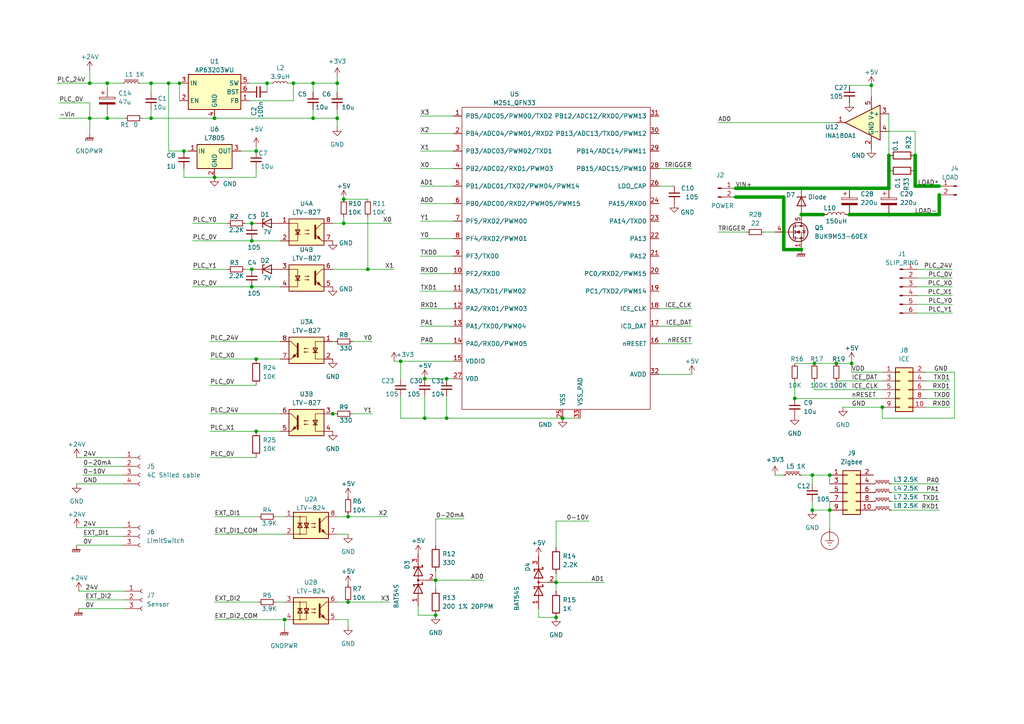
<source format=kicad_sch>
(kicad_sch (version 20230121) (generator eeschema)
  (paper "A4")
  (junction (at 26.035 24.13))
  (junction (at 240.665 147.955))
  (junction (at 90.805 24.13))
  (junction (at 43.815 24.13))
  (junction (at 52.07 24.13))
  (junction (at 255.905 118.11))
  (junction (at 26.035 34.29))
  (junction (at 236.22 105.41))
  (junction (at 265.43 49.53))
  (junction (at 247.015 105.41))
  (junction (at 73.025 69.85))
  (junction (at 257.81 49.53))
  (junction (at 232.41 72.39))
  (junction (at 31.115 34.29))
  (junction (at 240.665 137.795))
  (junction (at 129.54 109.855))
  (junction (at 163.195 121.285))
  (junction (at 62.23 51.435))
  (junction (at 232.41 54.61))
  (junction (at 99.695 64.77))
  (junction (at 161.29 168.91))
  (junction (at 232.41 62.23))
  (junction (at 74.295 43.815))
  (junction (at 230.505 115.57))
  (junction (at 43.815 34.29))
  (junction (at 48.895 24.13))
  (junction (at 100.965 174.625))
  (junction (at 73.025 64.77))
  (junction (at 235.585 137.795))
  (junction (at 235.585 147.955))
  (junction (at 85.09 24.13))
  (junction (at 123.19 109.855))
  (junction (at 246.38 62.23))
  (junction (at 129.54 121.285))
  (junction (at 77.47 24.13))
  (junction (at 123.19 121.285))
  (junction (at 90.805 34.29))
  (junction (at 73.025 83.185))
  (junction (at 106.68 78.105))
  (junction (at 242.57 105.41))
  (junction (at 82.55 179.705))
  (junction (at 74.295 104.14))
  (junction (at 31.115 24.13))
  (junction (at 265.43 45.085))
  (junction (at 99.695 57.785))
  (junction (at 74.295 125.095))
  (junction (at 97.79 24.13))
  (junction (at 246.38 54.61))
  (junction (at 53.34 43.815))
  (junction (at 257.81 54.61))
  (junction (at 126.365 168.275))
  (junction (at 100.965 149.86))
  (junction (at 161.29 179.07))
  (junction (at 73.025 78.105))
  (junction (at 257.81 62.23))
  (junction (at 96.52 120.015))
  (junction (at 62.23 34.29))
  (junction (at 116.205 104.775))
  (junction (at 126.365 178.435))
  (junction (at 257.81 45.085))
  (junction (at 252.73 24.765))
  (junction (at 97.79 34.29))
  (wire (pts (xy 74.295 125.095) (xy 81.28 125.095)))
  (wire (pts (xy 97.79 34.29) (xy 90.805 34.29)))
  (wire (pts (xy 156.21 179.07) (xy 161.29 179.07)))
  (wire (pts (xy 97.79 36.83) (xy 97.79 34.29)))
  (wire (pts (xy 43.815 26.67) (xy 43.815 24.13)))
  (wire (pts (xy 60.96 111.76) (xy 74.295 111.76)))
  (wire (pts (xy 131.445 59.055) (xy 121.92 59.055)))
  (wire (pts (xy 53.34 43.815) (xy 48.895 43.815)))
  (wire (pts (xy 131.445 43.815) (xy 121.92 43.815)))
  (wire (pts (xy 24.13 137.795) (xy 35.56 137.795)))
  (wire (pts (xy 62.23 174.625) (xy 74.93 174.625)))
  (wire (pts (xy 247.015 105.41) (xy 247.015 104.775)))
  (wire (pts (xy 85.09 24.13) (xy 90.805 24.13)))
  (wire (pts (xy 60.96 104.14) (xy 74.295 104.14)))
  (wire (pts (xy 232.41 62.23) (xy 238.76 62.23)) (stroke (width 1)))
  (wire (pts (xy 257.81 62.23) (xy 272.415 62.23)) (stroke (width 1)))
  (wire (pts (xy 123.19 121.285) (xy 129.54 121.285)))
  (wire (pts (xy 246.38 54.61) (xy 257.81 54.61)) (stroke (width 1)))
  (wire (pts (xy 271.78 62.23) (xy 271.145 62.23)))
  (wire (pts (xy 257.81 45.085) (xy 257.81 49.53)) (stroke (width 1)))
  (wire (pts (xy 230.505 105.41) (xy 236.22 105.41)))
  (wire (pts (xy 247.015 107.95) (xy 255.905 107.95)))
  (wire (pts (xy 246.38 62.23) (xy 257.81 62.23)) (stroke (width 1)))
  (wire (pts (xy 26.035 38.735) (xy 26.035 34.29)))
  (wire (pts (xy 106.68 78.105) (xy 114.3 78.105)))
  (wire (pts (xy 170.815 151.13) (xy 161.29 151.13)))
  (wire (pts (xy 53.34 48.895) (xy 53.34 51.435)))
  (wire (pts (xy 213.36 54.61) (xy 232.41 54.61)) (stroke (width 1)))
  (wire (pts (xy 252.73 24.765) (xy 252.73 27.94)))
  (wire (pts (xy 163.195 121.285) (xy 168.275 121.285)))
  (wire (pts (xy 16.51 24.13) (xy 26.035 24.13)))
  (wire (pts (xy 242.57 105.41) (xy 247.015 105.41)))
  (wire (pts (xy 31.115 34.29) (xy 36.195 34.29)))
  (wire (pts (xy 116.205 121.285) (xy 123.19 121.285)))
  (wire (pts (xy 53.34 51.435) (xy 62.23 51.435)))
  (wire (pts (xy 31.115 24.13) (xy 35.56 24.13)))
  (wire (pts (xy 77.47 24.13) (xy 78.74 24.13)))
  (wire (pts (xy 131.445 64.135) (xy 121.92 64.135)))
  (wire (pts (xy 230.505 110.49) (xy 230.505 115.57)))
  (wire (pts (xy 22.225 158.115) (xy 35.56 158.115)))
  (wire (pts (xy 272.415 62.23) (xy 272.415 56.515)) (stroke (width 1)))
  (wire (pts (xy 131.445 33.655) (xy 121.92 33.655)))
  (wire (pts (xy 80.01 149.86) (xy 82.55 149.86)))
  (wire (pts (xy 266.065 78.105) (xy 276.225 78.105)))
  (wire (pts (xy 24.13 135.255) (xy 35.56 135.255)))
  (wire (pts (xy 235.585 147.955) (xy 240.665 147.955)))
  (wire (pts (xy 77.47 26.67) (xy 77.47 24.13)))
  (wire (pts (xy 114.3 104.775) (xy 116.205 104.775)))
  (wire (pts (xy 43.815 31.75) (xy 43.815 34.29)))
  (wire (pts (xy 227.33 72.39) (xy 232.41 72.39)) (stroke (width 1)))
  (wire (pts (xy 71.12 78.105) (xy 73.025 78.105)))
  (wire (pts (xy 131.445 38.735) (xy 121.92 38.735)))
  (wire (pts (xy 161.29 151.13) (xy 161.29 158.75)))
  (wire (pts (xy 72.39 29.21) (xy 85.09 29.21)))
  (wire (pts (xy 276.86 121.285) (xy 255.905 121.285)))
  (wire (pts (xy 156.21 176.53) (xy 156.21 179.07)))
  (wire (pts (xy 123.19 114.935) (xy 123.19 121.285)))
  (wire (pts (xy 265.43 38.1) (xy 265.43 45.085)))
  (wire (pts (xy 240.665 137.795) (xy 240.665 140.335)))
  (wire (pts (xy 265.43 45.085) (xy 265.43 49.53)) (stroke (width 1)))
  (wire (pts (xy 62.23 179.705) (xy 82.55 179.705)))
  (wire (pts (xy 227.33 57.15) (xy 227.33 72.39)) (stroke (width 1)))
  (wire (pts (xy 22.225 140.335) (xy 35.56 140.335)))
  (wire (pts (xy 52.07 29.21) (xy 52.07 24.13)))
  (wire (pts (xy 276.86 121.285) (xy 276.86 107.95)))
  (wire (pts (xy 232.41 54.61) (xy 246.38 54.61)) (stroke (width 1)))
  (wire (pts (xy 31.115 24.13) (xy 31.115 25.4)))
  (wire (pts (xy 62.23 51.435) (xy 74.295 51.435)))
  (wire (pts (xy 55.88 83.185) (xy 73.025 83.185)))
  (wire (pts (xy 100.965 149.86) (xy 112.395 149.86)))
  (wire (pts (xy 235.585 137.795) (xy 240.665 137.795)))
  (wire (pts (xy 242.57 105.41) (xy 236.22 105.41)))
  (wire (pts (xy 161.29 171.45) (xy 161.29 168.91)))
  (wire (pts (xy 268.605 113.03) (xy 275.59 113.03)))
  (wire (pts (xy 265.43 53.975) (xy 272.415 53.975)) (stroke (width 1)))
  (wire (pts (xy 97.155 99.06) (xy 96.52 99.06)))
  (wire (pts (xy 131.445 48.895) (xy 121.92 48.895)))
  (wire (pts (xy 99.695 64.77) (xy 113.665 64.77)))
  (wire (pts (xy 247.015 105.41) (xy 247.015 107.95)))
  (wire (pts (xy 129.54 109.855) (xy 131.445 109.855)))
  (wire (pts (xy 208.28 67.31) (xy 216.535 67.31)))
  (wire (pts (xy 41.275 34.29) (xy 43.815 34.29)))
  (wire (pts (xy 191.135 53.975) (xy 195.58 53.975)))
  (wire (pts (xy 73.025 83.185) (xy 81.28 83.185)))
  (wire (pts (xy 102.235 120.015) (xy 107.95 120.015)))
  (wire (pts (xy 268.605 118.11) (xy 275.59 118.11)))
  (wire (pts (xy 161.29 166.37) (xy 161.29 168.91)))
  (wire (pts (xy 116.205 109.855) (xy 116.205 104.775)))
  (wire (pts (xy 74.295 48.895) (xy 74.295 51.435)))
  (wire (pts (xy 266.065 83.185) (xy 276.225 83.185)))
  (wire (pts (xy 100.965 174.625) (xy 113.03 174.625)))
  (wire (pts (xy 240.665 153.035) (xy 240.665 147.955)))
  (wire (pts (xy 121.92 94.615) (xy 131.445 94.615)))
  (wire (pts (xy 131.445 74.295) (xy 121.92 74.295)))
  (wire (pts (xy 80.01 174.625) (xy 82.55 174.625)))
  (wire (pts (xy 99.695 57.785) (xy 106.68 57.785)))
  (wire (pts (xy 266.065 88.265) (xy 276.225 88.265)))
  (wire (pts (xy 26.035 24.13) (xy 31.115 24.13)))
  (wire (pts (xy 100.965 149.86) (xy 100.965 149.225)))
  (wire (pts (xy 126.365 165.735) (xy 126.365 168.275)))
  (wire (pts (xy 242.57 110.49) (xy 255.905 110.49)))
  (wire (pts (xy 55.88 64.77) (xy 66.04 64.77)))
  (wire (pts (xy 123.19 109.855) (xy 129.54 109.855)))
  (wire (pts (xy 227.33 57.15) (xy 213.36 57.15)) (stroke (width 1)))
  (wire (pts (xy 97.79 174.625) (xy 100.965 174.625)))
  (wire (pts (xy 235.585 145.415) (xy 235.585 147.955)))
  (wire (pts (xy 266.065 85.725) (xy 276.225 85.725)))
  (wire (pts (xy 83.82 24.13) (xy 85.09 24.13)))
  (wire (pts (xy 131.445 84.455) (xy 121.92 84.455)))
  (wire (pts (xy 17.145 29.845) (xy 26.035 29.845)))
  (wire (pts (xy 26.035 29.845) (xy 26.035 34.29)))
  (wire (pts (xy 236.22 113.03) (xy 255.905 113.03)))
  (wire (pts (xy 60.96 120.015) (xy 81.28 120.015)))
  (wire (pts (xy 97.79 154.94) (xy 100.965 154.94)))
  (wire (pts (xy 31.115 33.02) (xy 31.115 34.29)))
  (wire (pts (xy 100.965 181.61) (xy 100.965 179.705)))
  (wire (pts (xy 60.96 125.095) (xy 74.295 125.095)))
  (wire (pts (xy 73.025 69.85) (xy 81.28 69.85)))
  (wire (pts (xy 94.615 120.015) (xy 96.52 120.015)))
  (wire (pts (xy 191.135 99.695) (xy 200.66 99.695)))
  (wire (pts (xy 268.605 110.49) (xy 275.59 110.49)))
  (wire (pts (xy 24.765 173.99) (xy 36.195 173.99)))
  (wire (pts (xy 62.23 149.86) (xy 74.93 149.86)))
  (wire (pts (xy 22.225 132.715) (xy 35.56 132.715)))
  (wire (pts (xy 200.66 108.585) (xy 191.135 108.585)))
  (wire (pts (xy 97.79 31.75) (xy 97.79 34.29)))
  (wire (pts (xy 90.805 34.29) (xy 62.23 34.29)))
  (wire (pts (xy 255.905 121.285) (xy 255.905 118.11)))
  (wire (pts (xy 244.475 118.11) (xy 255.905 118.11)))
  (wire (pts (xy 106.68 62.865) (xy 106.68 78.105)))
  (wire (pts (xy 246.38 24.765) (xy 252.73 24.765)))
  (wire (pts (xy 258.445 145.415) (xy 272.415 145.415)))
  (wire (pts (xy 55.88 69.85) (xy 73.025 69.85)))
  (wire (pts (xy 17.145 34.29) (xy 26.035 34.29)))
  (wire (pts (xy 126.365 170.815) (xy 126.365 168.275)))
  (wire (pts (xy 60.96 132.715) (xy 74.295 132.715)))
  (wire (pts (xy 55.88 78.105) (xy 66.04 78.105)))
  (wire (pts (xy 22.86 176.53) (xy 36.195 176.53)))
  (wire (pts (xy 71.12 64.77) (xy 73.025 64.77)))
  (wire (pts (xy 191.135 89.535) (xy 200.66 89.535)))
  (wire (pts (xy 265.43 49.53) (xy 265.43 53.975)) (stroke (width 1)))
  (wire (pts (xy 96.52 78.105) (xy 106.68 78.105)))
  (wire (pts (xy 22.225 153.035) (xy 35.56 153.035)))
  (wire (pts (xy 258.445 147.955) (xy 272.415 147.955)))
  (wire (pts (xy 129.54 114.935) (xy 129.54 121.285)))
  (wire (pts (xy 161.29 168.91) (xy 175.26 168.91)))
  (wire (pts (xy 54.61 43.815) (xy 53.34 43.815)))
  (wire (pts (xy 208.28 35.56) (xy 242.57 35.56)))
  (wire (pts (xy 72.39 24.13) (xy 77.47 24.13)))
  (wire (pts (xy 236.22 110.49) (xy 236.22 113.03)))
  (wire (pts (xy 74.295 43.815) (xy 74.295 42.545)))
  (wire (pts (xy 48.895 43.815) (xy 48.895 24.13)))
  (wire (pts (xy 90.805 26.67) (xy 90.805 24.13)))
  (wire (pts (xy 191.135 48.895) (xy 200.66 48.895)))
  (wire (pts (xy 131.445 53.975) (xy 121.92 53.975)))
  (wire (pts (xy 230.505 115.57) (xy 255.905 115.57)))
  (wire (pts (xy 268.605 115.57) (xy 275.59 115.57)))
  (wire (pts (xy 232.41 137.795) (xy 235.585 137.795)))
  (wire (pts (xy 266.065 80.645) (xy 276.225 80.645)))
  (wire (pts (xy 60.96 99.06) (xy 81.28 99.06)))
  (wire (pts (xy 82.55 182.245) (xy 82.55 179.705)))
  (wire (pts (xy 126.365 150.495) (xy 126.365 158.115)))
  (wire (pts (xy 131.445 89.535) (xy 121.92 89.535)))
  (wire (pts (xy 48.895 24.13) (xy 43.815 24.13)))
  (wire (pts (xy 240.665 145.415) (xy 240.665 147.955)))
  (wire (pts (xy 99.695 64.77) (xy 99.695 62.865)))
  (wire (pts (xy 131.445 79.375) (xy 121.92 79.375)))
  (wire (pts (xy 257.81 38.1) (xy 265.43 38.1)))
  (wire (pts (xy 258.445 140.335) (xy 272.415 140.335)))
  (wire (pts (xy 73.025 64.77) (xy 73.66 64.77)))
  (wire (pts (xy 97.79 149.86) (xy 100.965 149.86)))
  (wire (pts (xy 97.79 179.705) (xy 100.965 179.705)))
  (wire (pts (xy 258.445 142.875) (xy 272.415 142.875)))
  (wire (pts (xy 224.79 137.795) (xy 227.33 137.795)))
  (wire (pts (xy 73.025 78.105) (xy 73.66 78.105)))
  (wire (pts (xy 276.86 107.95) (xy 268.605 107.95)))
  (wire (pts (xy 116.205 104.775) (xy 131.445 104.775)))
  (wire (pts (xy 116.205 114.935) (xy 116.205 121.285)))
  (wire (pts (xy 126.365 150.495) (xy 134.62 150.495)))
  (wire (pts (xy 26.035 20.32) (xy 26.035 24.13)))
  (wire (pts (xy 191.135 94.615) (xy 200.66 94.615)))
  (wire (pts (xy 97.79 26.67) (xy 97.79 24.13)))
  (wire (pts (xy 62.23 154.94) (xy 82.55 154.94)))
  (wire (pts (xy 52.07 24.13) (xy 48.895 24.13)))
  (wire (pts (xy 90.805 31.75) (xy 90.805 34.29)))
  (wire (pts (xy 74.295 104.14) (xy 81.28 104.14)))
  (wire (pts (xy 121.285 175.895) (xy 121.285 178.435)))
  (wire (pts (xy 129.54 121.285) (xy 163.195 121.285)))
  (wire (pts (xy 96.52 64.77) (xy 99.695 64.77)))
  (wire (pts (xy 62.23 34.29) (xy 43.815 34.29)))
  (wire (pts (xy 40.64 24.13) (xy 43.815 24.13)))
  (wire (pts (xy 22.86 171.45) (xy 36.195 171.45)))
  (wire (pts (xy 257.81 49.53) (xy 257.81 54.61)) (stroke (width 1)))
  (wire (pts (xy 131.445 69.215) (xy 121.92 69.215)))
  (wire (pts (xy 97.155 120.015) (xy 96.52 120.015)))
  (wire (pts (xy 121.285 178.435) (xy 126.365 178.435)))
  (wire (pts (xy 257.81 33.02) (xy 257.81 45.085)))
  (wire (pts (xy 24.13 155.575) (xy 35.56 155.575)))
  (wire (pts (xy 266.065 90.805) (xy 276.225 90.805)))
  (wire (pts (xy 26.035 34.29) (xy 31.115 34.29)))
  (wire (pts (xy 85.09 29.21) (xy 85.09 24.13)))
  (wire (pts (xy 102.235 99.06) (xy 107.95 99.06)))
  (wire (pts (xy 221.615 67.31) (xy 224.79 67.31)))
  (wire (pts (xy 97.79 22.225) (xy 97.79 24.13)))
  (wire (pts (xy 69.85 43.815) (xy 74.295 43.815)))
  (wire (pts (xy 126.365 168.275) (xy 140.335 168.275)))
  (wire (pts (xy 90.805 24.13) (xy 97.79 24.13)))
  (wire (pts (xy 131.445 99.695) (xy 121.92 99.695)))
  (wire (pts (xy 235.585 137.795) (xy 235.585 140.335)))
  (label "VDD" (at 247.015 107.95 0))
  (label "EXT_DI2_COM" (at 62.23 179.705 0))
  (label "EXT_DI1" (at 62.23 149.86 0))
  (label "X3" (at 121.92 33.655 0))
  (label "PLC_0V" (at 276.225 80.645 180))
  (label "LOAD-" (at 271.78 62.23 180))
  (label "PA0" (at 121.92 99.695 0))
  (label "RXD0" (at 121.92 79.375 0))
  (label "RXD1" (at 275.59 113.03 180))
  (label "X1" (at 114.3 78.105 180))
  (label "AD1" (at 121.92 53.975 0))
  (label "LOAD＋" (at 272.415 53.975 180))
  (label "0-20mA" (at 24.13 135.255 0))
  (label "PLC_24V" (at 16.51 24.13 0))
  (label "PLC_X0" (at 276.225 83.185 180))
  (label "ICE_DAT" (at 200.66 94.615 180))
  (label "Y0" (at 121.92 69.215 0))
  (label "PLC_Y0" (at 276.225 88.265 180))
  (label "AD1" (at 175.26 168.91 180))
  (label "X0" (at 121.92 48.895 0))
  (label "X0" (at 113.665 64.77 180))
  (label "ICE_CLK" (at 247.015 113.03 0))
  (label "PLC_Y0" (at 55.88 64.77 0))
  (label "TRIGGER" (at 208.28 67.31 0))
  (label "24V" (at 24.13 153.035 0))
  (label "PLC_X0" (at 60.96 104.14 0))
  (label "0V" (at 24.765 176.53 0))
  (label "PA1" (at 272.415 142.875 180))
  (label "VIN+" (at 213.36 54.61 0))
  (label "TXD0" (at 275.59 115.57 180))
  (label "24V" (at 24.13 132.715 0))
  (label "GND" (at 247.015 118.11 0))
  (label "TXD1" (at 272.415 145.415 180))
  (label "RXD1" (at 121.92 89.535 0))
  (label "PA1" (at 121.92 94.615 0))
  (label "ICE_DAT" (at 247.015 110.49 0))
  (label "Y1" (at 121.92 64.135 0))
  (label "PLC_X1" (at 276.225 85.725 180))
  (label "nRESET" (at 247.015 115.57 0))
  (label "PLC_X1" (at 60.96 125.095 0))
  (label "TRIGGER" (at 200.66 48.895 180))
  (label "RXD0" (at 275.59 118.11 180))
  (label "nRESET" (at 200.66 99.695 180))
  (label "ICE_CLK" (at 200.66 89.535 180))
  (label "PLC_24V" (at 60.96 120.015 0))
  (label "X3" (at 113.03 174.625 180))
  (label "0-10V" (at 24.13 137.795 0))
  (label "PLC_0V" (at 55.88 83.185 0))
  (label "EXT_DI2" (at 62.23 174.625 0))
  (label "TXD0" (at 121.92 74.295 0))
  (label "RXD1" (at 272.415 147.955 180))
  (label "PLC_Y1" (at 276.225 90.805 180))
  (label "GND" (at 24.13 140.335 0))
  (label "AD0" (at 121.92 59.055 0))
  (label "EXT_DI2" (at 24.765 173.99 0))
  (label "EXT_DI1" (at 24.13 155.575 0))
  (label "X2" (at 112.395 149.86 180))
  (label "PLC_0V" (at 60.96 132.715 0))
  (label "PLC_24V" (at 60.96 99.06 0))
  (label "PLC_0V" (at 17.145 29.845 0))
  (label "X2" (at 121.92 38.735 0))
  (label "GND" (at 274.955 107.95 180))
  (label "AD0" (at 140.335 168.275 180))
  (label "Y1" (at 107.95 120.015 180))
  (label "TXD1" (at 275.59 110.49 180))
  (label "0-20mA" (at 134.62 150.495 180))
  (label "PA0" (at 272.415 140.335 180))
  (label "PLC_Y1" (at 55.88 78.105 0))
  (label "Y0" (at 107.95 99.06 180))
  (label "0V" (at 24.13 158.115 0))
  (label "AD0" (at 208.28 35.56 0))
  (label "-Vin" (at 17.145 34.29 0))
  (label "0-10V" (at 170.815 151.13 180))
  (label "PLC_24V" (at 276.225 78.105 180))
  (label "PLC_0V" (at 60.96 111.76 0))
  (label "X1" (at 121.92 43.815 0))
  (label "TXD1" (at 121.92 84.455 0))
  (label "24V" (at 24.765 171.45 0))
  (label "EXT_DI1_COM" (at 62.23 154.94 0))
  (label "PLC_0V" (at 55.88 69.85 0))
  (symbol (lib_id "power:+5V") (at 74.295 42.545 0) (unit 1)
    (property "Reference" "#PWR022" (effects hide))
    (property "Value" "+5V" (at 74.295 37.465 0))
  )
  (symbol (lib_id "Device:R_Small") (at 77.47 174.625 90) (unit 1)
    (property "Reference" "R5" (at 77.47 172.72 90))
    (property "Value" "3.9K" (at 78.105 176.53 90))
  )
  (symbol (lib_id "power:GND") (at 100.965 154.94 0) (unit 1)
    (property "Reference" "#PWR015" (effects hide))
    (property "Value" "GND" (at 100.965 160.02 0))
  )
  (symbol (lib_id "Device:C_Small") (at 90.805 29.21 0) (unit 1)
    (property "Reference" "C5" (at 86.36 27.305 0) (effects (justify left)))
    (property "Value" "10u" (at 91.44 31.115 0) (effects (justify left)))
  )
  (symbol (lib_id "Isolator:LTV-824") (at 90.17 152.4 0) (unit 1)
    (property "Reference" "U2" (at 90.17 144.78 0))
    (property "Value" "LTV-824" (at 90.17 147.32 0))
    (property "Footprint" "Package_DIP:DIP-8_W7.62mm" (effects hide))
    (property "Datasheet" "http://optoelectronics.liteon.com/upload/download/DS-70-96-0013/S_110_LTV-814%20824%20844%20(M,%20S,%20S-TA,%20S-TA1,%20S-TP)%20Series.pdf" (effects hide))
  )
  (symbol (lib_id "Amplifier_Current:INA180A1") (at 250.19 35.56 0) (mirror y) (unit 1)
    (property "Reference" "U12" (at 241.3 36.83 0))
    (property "Value" "INA180A1" (at 243.84 39.37 0))
    (property "Footprint" "Package_TO_SOT_SMD:SOT-23-5" (effects hide))
    (property "Datasheet" "http://www.ti.com/lit/ds/symlink/ina180.pdf" (effects hide))
  )
  (symbol (lib_id "Device:L_Ferrite_Small") (at 255.905 142.875 90) (unit 1)
    (property "Reference" "L4" (at 260.35 141.605 90))
    (property "Value" "2.5K" (at 264.16 141.605 90))
  )
  (symbol (lib_id "power:GNDPWR") (at 26.035 38.735 0) (unit 1)
    (property "Reference" "#PWR08" (effects hide))
    (property "Value" "GNDPWR" (at 25.908 43.815 0))
  )
  (symbol (lib_id "Device:R_Small") (at 68.58 78.105 90) (unit 1)
    (property "Reference" "R3" (at 67.945 76.2 90))
    (property "Value" "2.2K" (at 68.58 80.01 90))
  )
  (symbol (lib_id "Device:R_Small") (at 242.57 107.95 0) (unit 1)
    (property "Reference" "R19" (at 241.3 104.14 0) (effects (justify left)))
    (property "Value" "100K" (at 240.665 111.76 0) (effects (justify left)))
  )
  (symbol (lib_id "power:+5V") (at 100.965 169.545 0) (unit 1)
    (property "Reference" "#PWR016" (effects hide))
    (property "Value" "+5V" (at 100.965 165.735 0))
  )
  (symbol (lib_id "Device:L_Ferrite_Small") (at 229.87 137.795 90) (unit 1)
    (property "Reference" "L5" (at 229.235 135.255 90))
    (property "Value" "1K" (at 232.41 135.255 90))
  )
  (symbol (lib_id "Connector_Generic:Conn_02x05_Odd_Even") (at 260.985 113.03 0) (unit 1)
    (property "Reference" "J8" (at 262.255 101.6 0))
    (property "Value" "ICE" (at 262.255 104.14 0))
  )
  (symbol (lib_id "power:GND") (at 97.79 36.83 0) (unit 1)
    (property "Reference" "#PWR011" (effects hide))
    (property "Value" "GND" (at 97.79 41.91 0))
  )
  (symbol (lib_id "Device:R") (at 261.62 49.53 270) (unit 1)
    (property "Reference" "R33" (at 262.89 51.435 0) (effects (justify left)))
    (property "Value" "0.1" (at 260.35 51.435 0) (effects (justify left)))
    (property "Footprint" "Resistor_SMD:R_2512_6332Metric_Pad1.40x3.35mm_HandSolder" (effects hide))
  )
  (symbol (lib_id "power:GND") (at 195.58 59.055 0) (unit 1)
    (property "Reference" "#PWR028" (effects hide))
    (property "Value" "GND" (at 199.39 61.595 0))
  )
  (symbol (lib_id "Device:C_Small") (at 230.505 118.11 0) (unit 1)
    (property "Reference" "C9" (at 233.045 116.8463 0) (effects (justify left)))
    (property "Value" "10u" (at 233.045 119.3863 0) (effects (justify left)))
  )
  (symbol (lib_id "Device:D_Schottky_Dual_Series_ACK") (at 156.21 168.91 90) (unit 1)
    (property "Reference" "D4" (at 153.035 165.7984 0) (effects (justify left)))
    (property "Value" "BAT54S" (at 149.86 177.165 0) (effects (justify left)))
    (property "Footprint" "Package_TO_SOT_SMD:SOT-23" (effects hide))
    (property "Datasheet" "https://www.mouser.tw/datasheet/2/1057/BAT54_SERIES-1868988.pdf" (effects hide))
  )
  (symbol (lib_id "power:GND") (at 244.475 118.11 0) (unit 1)
    (property "Reference" "#PWR035" (effects hide))
    (property "Value" "GND" (at 244.475 123.19 0))
  )
  (symbol (lib_id "power:+5V") (at 100.965 144.145 0) (unit 1)
    (property "Reference" "#PWR014" (effects hide))
    (property "Value" "+5V" (at 100.965 140.335 0))
  )
  (symbol (lib_id "Isolator:LTV-827") (at 88.9 122.555 0) (mirror y) (unit 2)
    (property "Reference" "U3" (at 88.9 114.3 0))
    (property "Value" "LTV-827" (at 88.9 116.84 0))
    (property "Footprint" "Package_DIP:DIP-8_W7.62mm" (effects hide))
    (property "Datasheet" "http://optoelectronics.liteon.com/upload/download/DS-70-96-0016/LTV-8X7%20series%20201610%20.pdf" (effects hide))
  )
  (symbol (lib_id "Regulator_Linear:L7805") (at 62.23 43.815 0) (unit 1)
    (property "Reference" "U6" (at 62.23 37.465 0))
    (property "Value" "L7805" (at 62.23 40.005 0))
    (property "Datasheet" "http://www.st.com/content/ccc/resource/technical/document/datasheet/41/4f/b3/b0/12/d4/47/88/CD00000444.pdf/files/CD00000444.pdf/jcr:content/translations/en.CD00000444.pdf" (effects hide))
  )
  (symbol (lib_id "Device:D_Schottky_Dual_Series_ACK") (at 121.285 168.275 90) (unit 1)
    (property "Reference" "D3" (at 118.11 165.1634 0) (effects (justify left)))
    (property "Value" "BAT54S" (at 114.935 176.53 0) (effects (justify left)))
    (property "Footprint" "Package_TO_SOT_SMD:SOT-23" (effects hide))
    (property "Datasheet" "https://www.mouser.tw/datasheet/2/1057/BAT54_SERIES-1868988.pdf" (effects hide))
  )
  (symbol (lib_id "Device:R_Small") (at 99.695 60.325 0) (unit 1)
    (property "Reference" "R10" (at 100.965 59.055 0) (effects (justify left)))
    (property "Value" "10K" (at 100.965 61.595 0) (effects (justify left)))
  )
  (symbol (lib_id "Device:R") (at 261.62 45.085 270) (unit 1)
    (property "Reference" "R32" (at 263.525 39.37 0) (effects (justify left)))
    (property "Value" "0.1" (at 259.715 40.64 0) (effects (justify left)))
    (property "Footprint" "Resistor_SMD:R_2512_6332Metric_Pad1.40x3.35mm_HandSolder" (effects hide))
  )
  (symbol (lib_id "Connector:Conn_01x04_Socket") (at 40.64 135.255 0) (unit 1)
    (property "Reference" "J5" (at 42.545 135.255 0) (effects (justify left)))
    (property "Value" "4C Shiled cable" (at 42.545 137.795 0) (effects (justify left)))
  )
  (symbol (lib_id "power:GND") (at 96.52 69.85 0) (unit 1)
    (property "Reference" "#PWR019" (effects hide))
    (property "Value" "GND" (at 100.33 70.485 0))
  )
  (symbol (lib_id "power:GND") (at 230.505 120.65 0) (unit 1)
    (property "Reference" "#PWR031" (effects hide))
    (property "Value" "GND" (at 230.505 125.73 0))
  )
  (symbol (lib_id "Device:R_Small") (at 100.965 172.085 0) (unit 1)
    (property "Reference" "R7" (at 102.235 170.815 0) (effects (justify left)))
    (property "Value" "10K" (at 102.235 173.355 0) (effects (justify left)))
  )
  (symbol (lib_id "Connector_Generic:Conn_02x05_Odd_Even") (at 245.745 142.875 0) (unit 1)
    (property "Reference" "J9" (at 247.015 131.445 0))
    (property "Value" "Zigbee" (at 247.015 133.985 0))
  )
  (symbol (lib_id "power:+5V") (at 156.21 161.29 0) (unit 1)
    (property "Reference" "#PWR025" (effects hide))
    (property "Value" "+5V" (at 156.21 157.48 0))
  )
  (symbol (lib_id "Device:R_Small") (at 106.68 60.325 0) (unit 1)
    (property "Reference" "R11" (at 107.95 59.055 0) (effects (justify left)))
    (property "Value" "10K" (at 107.95 61.595 0) (effects (justify left)))
  )
  (symbol (lib_id "Isolator:LTV-827") (at 88.9 67.31 0) (unit 1)
    (property "Reference" "U4" (at 88.9 59.055 0))
    (property "Value" "LTV-827" (at 88.9 61.595 0))
    (property "Footprint" "Package_DIP:DIP-8_W7.62mm" (effects hide))
    (property "Datasheet" "http://optoelectronics.liteon.com/upload/download/DS-70-96-0016/LTV-8X7%20series%20201610%20.pdf" (effects hide))
  )
  (symbol (lib_id "Device:R_Small") (at 77.47 149.86 90) (unit 1)
    (property "Reference" "R4" (at 77.47 147.955 90))
    (property "Value" "3.9K" (at 78.105 151.765 90))
  )
  (symbol (lib_id "power:GND") (at 22.225 140.335 0) (unit 1)
    (property "Reference" "#PWR02" (effects hide))
    (property "Value" "GND" (at 22.225 145.415 0))
  )
  (symbol (lib_id "Device:R_Small") (at 100.965 146.685 0) (unit 1)
    (property "Reference" "R6" (at 102.235 145.415 0) (effects (justify left)))
    (property "Value" "10K" (at 102.235 147.955 0) (effects (justify left)))
  )
  (symbol (lib_id "Connector:Conn_01x03_Socket") (at 40.64 155.575 0) (unit 1)
    (property "Reference" "J6" (at 42.545 154.305 0) (effects (justify left)))
    (property "Value" "LimitSwitch" (at 42.545 156.845 0) (effects (justify left)))
  )
  (symbol (lib_id "Connector:Conn_01x06_Pin") (at 260.985 83.185 0) (unit 1)
    (property "Reference" "J1" (at 261.62 73.66 0))
    (property "Value" "SLIP_RING" (at 261.62 76.2 0))
  )
  (symbol (lib_id "Isolator:LTV-824") (at 90.17 177.165 0) (unit 2)
    (property "Reference" "U2" (at 90.17 168.91 0))
    (property "Value" "LTV-824" (at 90.17 171.45 0))
    (property "Footprint" "Package_DIP:DIP-8_W7.62mm" (effects hide))
    (property "Datasheet" "http://optoelectronics.liteon.com/upload/download/DS-70-96-0013/S_110_LTV-814%20824%20844%20(M,%20S,%20S-TA,%20S-TA1,%20S-TP)%20Series.pdf" (effects hide))
  )
  (symbol (lib_id "Device:L_Small") (at 81.28 24.13 90) (unit 1)
    (property "Reference" "L2" (at 81.28 19.685 90))
    (property "Value" "3.9uH" (at 81.28 22.225 90))
  )
  (symbol (lib_id "power:GND") (at 246.38 29.845 0) (unit 1)
    (property "Reference" "#PWR063" (effects hide))
    (property "Value" "GND" (effects hide))
  )
  (symbol (lib_id "power:GNDPWR") (at 22.86 176.53 0) (unit 1)
    (property "Reference" "#PWR06" (effects hide))
    (property "Value" "GNDPWR" (effects hide))
  )
  (symbol (lib_id "power:GNDPWR") (at 232.41 72.39 0) (unit 1)
    (property "Reference" "#PWR062" (effects hide))
    (property "Value" "GNDPWR" (effects hide))
  )
  (symbol (lib_id "power:+24V") (at 22.225 132.715 0) (unit 1)
    (property "Reference" "#PWR01" (effects hide))
    (property "Value" "+24V" (at 22.225 128.905 0))
  )
  (symbol (lib_id "power:GND") (at 163.195 121.285 0) (unit 1)
    (property "Reference" "#PWR027" (effects hide))
    (property "Value" "GND" (at 158.115 123.19 0))
  )
  (symbol (lib_id "Device:D_Zener") (at 77.47 64.77 0) (unit 1)
    (property "Reference" "D1" (at 76.835 62.23 0))
    (property "Value" "7V" (at 77.47 67.31 0))
  )
  (symbol (lib_id "power:+5V") (at 252.73 24.765 0) (unit 1)
    (property "Reference" "#PWR020" (effects hide))
    (property "Value" "+5V" (at 252.73 20.955 0))
  )
  (symbol (lib_id "power:GND") (at 126.365 178.435 0) (unit 1)
    (property "Reference" "#PWR026" (effects hide))
    (property "Value" "GND" (at 126.365 183.515 0))
  )
  (symbol (lib_id "Transistor_FET:BUK9M53-60EX") (at 229.87 67.31 0) (unit 1)
    (property "Reference" "Q5" (at 236.22 66.04 0) (effects (justify left)))
    (property "Value" "BUK9M53-60EX" (at 236.22 68.58 0) (effects (justify left)))
    (property "Footprint" "Package_TO_SOT_SMD:LFPAK33" (effects hide))
    (property "Datasheet" "https://assets.nexperia.com/documents/data-sheet/BUK9M53-60E.pdf" (effects hide))
  )
  (symbol (lib_id "Device:D_Zener") (at 77.47 78.105 0) (unit 1)
    (property "Reference" "D2" (at 76.835 75.565 0))
    (property "Value" "7V" (at 77.47 80.645 0))
  )
  (symbol (lib_id "Device:R") (at 161.29 162.56 0) (unit 1)
    (property "Reference" "R14" (at 163.195 161.29 0) (effects (justify left)))
    (property "Value" "2.2K" (at 163.195 163.83 0) (effects (justify left)))
  )
  (symbol (lib_id "power:GND") (at 252.73 43.18 0) (unit 1)
    (property "Reference" "#PWR065" (effects hide))
    (property "Value" "GND" (at 248.92 45.085 0))
  )
  (symbol (lib_id "Device:C_Small") (at 97.79 29.21 0) (unit 1)
    (property "Reference" "C6" (at 93.345 27.305 0) (effects (justify left)))
    (property "Value" "10u" (at 99.06 31.115 0) (effects (justify left)))
  )
  (symbol (lib_id "Device:C_Small") (at 73.025 67.31 0) (unit 1)
    (property "Reference" "C3" (at 71.755 62.865 0) (effects (justify left)))
    (property "Value" "105" (at 71.755 71.755 0) (effects (justify left)))
  )
  (symbol (lib_id "Device:C_Polarized") (at 31.115 29.21 0) (unit 1)
    (property "Reference" "C14" (at 34.29 27.051 0) (effects (justify left)))
    (property "Value" "47u" (at 34.29 29.591 0) (effects (justify left)))
  )
  (symbol (lib_id "power:GND") (at 62.23 51.435 0) (unit 1)
    (property "Reference" "#PWR024" (effects hide))
    (property "Value" "GND" (at 66.675 53.34 0))
  )
  (symbol (lib_id "Connector:Conn_01x02_Pin") (at 208.28 54.61 0) (unit 1)
    (property "Reference" "J2" (at 208.915 50.8 0))
    (property "Value" "POWER" (at 209.55 59.69 0))
  )
  (symbol (lib_id "Diode:1N4148") (at 232.41 58.42 270) (unit 1)
    (property "Reference" "D7" (at 227.965 56.515 90) (effects (justify left)))
    (property "Value" "Diode" (at 234.315 57.15 90) (effects (justify left)))
    (property "Footprint" "Diode_THT:D_DO-35_SOD27_P7.62mm_Horizontal" (effects hide))
    (property "Datasheet" "https://assets.nexperia.com/documents/data-sheet/1N4148_1N4448.pdf" (effects hide))
    (property "Sim.Device" "D" (effects hide))
    (property "Sim.Pins" "1=K 2=A" (effects hide))
  )
  (symbol (lib_id "Regulator_Switching:AP63203WU") (at 62.23 26.67 0) (unit 1)
    (property "Reference" "U1" (at 62.23 17.78 0))
    (property "Value" "AP63203WU" (at 62.23 20.32 0))
    (property "Footprint" "Package_TO_SOT_SMD:TSOT-23-6" (effects hide))
    (property "Datasheet" "https://www.diodes.com/assets/Datasheets/AP63200-AP63201-AP63203-AP63205.pdf" (effects hide))
  )
  (symbol (lib_id "Device:L_Ferrite_Small") (at 38.1 24.13 90) (unit 1)
    (property "Reference" "L1" (at 37.465 21.59 90))
    (property "Value" "1K" (at 40.64 21.59 90))
  )
  (symbol (lib_id "power:+5V") (at 200.66 108.585 0) (unit 1)
    (property "Reference" "#PWR030" (effects hide))
    (property "Value" "+5V" (at 200.66 104.775 0))
  )
  (symbol (lib_id "Device:R") (at 126.365 174.625 0) (unit 1)
    (property "Reference" "R13" (at 128.27 173.355 0) (effects (justify left)))
    (property "Value" "200 1% 20PPM" (at 128.27 175.895 0) (effects (justify left)))
    (property "Footprint" "Resistor_SMD:R_1206_3216Metric" (effects hide))
    (property "Datasheet" "https://www.mouser.tw/ProductDetail/603-RT1206FRD07200RL" (effects hide))
  )
  (symbol (lib_id "MCU_Nuvoton:M453_LQFP48") (at 149.225 69.215 0) (unit 1)
    (property "Reference" "U5" (at 149.225 27.305 0))
    (property "Value" "M251_QFN33" (at 149.225 29.845 0))
    (property "Footprint" "Package_DFN_QFN:QFN-32-1EP_5x5mm_P0.5mm_EP3.6x3.6mm" (effects hide))
  )
  (symbol (lib_id "power:+3V3") (at 97.79 22.225 0) (unit 1)
    (property "Reference" "#PWR010" (effects hide))
    (property "Value" "+3V3" (at 97.79 17.78 0))
  )
  (symbol (lib_id "Device:R") (at 74.295 128.905 0) (unit 1)
    (property "Reference" "R25" (at 76.2 127.635 0) (effects (justify left)))
    (property "Value" "10K" (at 76.2 130.175 0) (effects (justify left)))
    (property "Footprint" "Resistor_SMD:R_1206_3216Metric" (effects hide))
    (property "Datasheet" "https://www.mouser.tw/ProductDetail/603-RT1206FRD07200RL" (effects hide))
  )
  (symbol (lib_id "Device:R_Small") (at 99.695 120.015 90) (unit 1)
    (property "Reference" "R9" (at 99.695 118.11 90))
    (property "Value" "330" (at 100.33 121.92 90))
  )
  (symbol (lib_id "Isolator:LTV-827") (at 88.9 101.6 0) (mirror y) (unit 1)
    (property "Reference" "U3" (at 88.9 93.345 0))
    (property "Value" "LTV-827" (at 88.9 95.885 0))
    (property "Footprint" "Package_DIP:DIP-8_W7.62mm" (effects hide))
    (property "Datasheet" "http://optoelectronics.liteon.com/upload/download/DS-70-96-0016/LTV-8X7%20series%20201610%20.pdf" (effects hide))
  )
  (symbol (lib_id "Device:C_Small") (at 195.58 56.515 0) (unit 1)
    (property "Reference" "C10" (at 197.485 54.61 0) (effects (justify left)))
    (property "Value" "105" (at 198.755 57.15 0) (effects (justify left)))
  )
  (symbol (lib_id "Device:L") (at 242.57 62.23 90) (unit 1)
    (property "Reference" "L10" (at 240.665 60.325 90))
    (property "Value" "150uH" (at 242.57 64.135 90))
    (property "Footprint" "Inductor_THT:L_Toroid_Vertical_L10.0mm_W5.0mm_P5.08mm" (effects hide))
    (property "Datasheet" "https://www.we-online.com/components/products/datasheet/7447055.pdf" (effects hide))
  )
  (symbol (lib_id "Device:C_Small") (at 74.93 26.67 90) (unit 1)
    (property "Reference" "C2" (at 73.66 33.655 0) (effects (justify left)))
    (property "Value" "100n" (at 75.565 34.29 0) (effects (justify left)))
  )
  (symbol (lib_id "Device:R") (at 74.295 107.95 0) (unit 1)
    (property "Reference" "R24" (at 76.2 106.68 0) (effects (justify left)))
    (property "Value" "10K" (at 76.2 109.22 0) (effects (justify left)))
    (property "Footprint" "Resistor_SMD:R_1206_3216Metric" (effects hide))
    (property "Datasheet" "https://www.mouser.tw/ProductDetail/603-RT1206FRD07200RL" (effects hide))
  )
  (symbol (lib_id "power:+24V") (at 26.035 20.32 0) (unit 1)
    (property "Reference" "#PWR07" (effects hide))
    (property "Value" "+24V" (at 26.035 16.51 0))
  )
  (symbol (lib_id "Device:C_Polarized") (at 257.81 58.42 0) (unit 1)
    (property "Reference" "C29" (at 260.985 56.261 0) (effects (justify left)))
    (property "Value" "220u" (at 260.985 58.801 0) (effects (justify left)))
    (property "Footprint" "Capacitor_THT:CP_Radial_D10.0mm_P5.00mm" (effects hide))
    (property "Datasheet" "https://www.mouser.tw/datasheet/2/447/KEM_A4067_A750-3316071.pdf" (effects hide))
  )
  (symbol (lib_id "power:+3V3") (at 114.3 104.775 0) (unit 1)
    (property "Reference" "#PWR055" (effects hide))
    (property "Value" "+3V3" (at 117.475 102.87 0))
  )
  (symbol (lib_id "power:GND") (at 100.965 181.61 0) (unit 1)
    (property "Reference" "#PWR017" (effects hide))
    (property "Value" "GND" (at 100.965 186.69 0))
  )
  (symbol (lib_id "power:GND") (at 96.52 125.095 0) (unit 1)
    (property "Reference" "#PWR013" (effects hide))
    (property "Value" "GND" (at 96.52 130.175 0))
  )
  (symbol (lib_id "Device:L_Ferrite_Small") (at 255.905 145.415 90) (unit 1)
    (property "Reference" "L7" (at 260.35 144.145 90))
    (property "Value" "2.5K" (at 264.16 144.145 90))
  )
  (symbol (lib_id "Connector:Conn_01x02_Pin") (at 277.495 53.975 0) (mirror y) (unit 1)
    (property "Reference" "J4" (at 276.86 48.895 0))
    (property "Value" "LOAD" (at 275.59 51.435 0))
  )
  (symbol (lib_id "Device:C_Small") (at 116.205 112.395 0) (unit 1)
    (property "Reference" "C23" (at 110.49 110.49 0) (effects (justify left)))
    (property "Value" "105" (at 111.76 114.3 0) (effects (justify left)))
  )
  (symbol (lib_id "Connector:Conn_01x03_Socket") (at 41.275 173.99 0) (unit 1)
    (property "Reference" "J7" (at 42.545 172.72 0) (effects (justify left)))
    (property "Value" "Sensor" (at 42.545 175.26 0) (effects (justify left)))
  )
  (symbol (lib_id "power:GND") (at 96.52 83.185 0) (unit 1)
    (property "Reference" "#PWR021" (effects hide))
    (property "Value" "GND" (at 100.33 83.82 0))
  )
  (symbol (lib_id "power:+24V") (at 22.225 153.035 0) (unit 1)
    (property "Reference" "#PWR03" (effects hide))
    (property "Value" "+24V" (at 22.225 149.225 0))
  )
  (symbol (lib_id "power:+5V") (at 247.015 104.775 0) (unit 1)
    (property "Reference" "#PWR023" (effects hide))
    (property "Value" "+5V" (at 247.015 100.965 0))
  )
  (symbol (lib_id "Device:C_Small") (at 123.19 112.395 0) (unit 1)
    (property "Reference" "C30" (at 118.745 110.49 0) (effects (justify left)))
    (property "Value" "105" (at 118.11 114.3 0) (effects (justify left)))
  )
  (symbol (lib_id "power:GND") (at 161.29 179.07 0) (unit 1)
    (property "Reference" "#PWR029" (effects hide))
    (property "Value" "GND" (at 161.29 184.15 0))
  )
  (symbol (lib_id "Device:C_Small") (at 43.815 29.21 0) (unit 1)
    (property "Reference" "C1" (at 45.72 28.575 0) (effects (justify left)))
    (property "Value" "10u" (at 44.45 31.115 0) (effects (justify left)))
  )
  (symbol (lib_id "power:+5V") (at 123.19 109.855 0) (unit 1)
    (property "Reference" "#PWR056" (effects hide))
    (property "Value" "+5V" (at 123.19 106.045 0))
  )
  (symbol (lib_id "Device:C_Polarized") (at 246.38 58.42 0) (unit 1)
    (property "Reference" "C28" (at 249.555 56.261 0) (effects (justify left)))
    (property "Value" "220u" (at 249.555 58.801 0) (effects (justify left)))
    (property "Footprint" "Capacitor_THT:CP_Radial_D10.0mm_P5.00mm" (effects hide))
    (property "Datasheet" "https://www.mouser.tw/datasheet/2/447/KEM_A4067_A750-3316071.pdf" (effects hide))
  )
  (symbol (lib_id "Device:C_Small") (at 74.295 46.355 0) (unit 1)
    (property "Reference" "C7" (at 74.93 44.45 0) (effects (justify left)))
    (property "Value" "10u" (at 75.565 48.26 0) (effects (justify left)))
  )
  (symbol (lib_id "power:+24V") (at 22.86 171.45 0) (unit 1)
    (property "Reference" "#PWR05" (effects hide))
    (property "Value" "+24V" (at 22.86 167.64 0))
  )
  (symbol (lib_id "power:GND") (at 235.585 147.955 0) (unit 1)
    (property "Reference" "#PWR037" (effects hide))
    (property "Value" "GND" (at 235.585 153.035 0))
  )
  (symbol (lib_id "Device:R_Small") (at 230.505 107.95 0) (unit 1)
    (property "Reference" "R16" (at 229.235 104.14 0) (effects (justify left)))
    (property "Value" "10K" (at 228.6 111.76 0) (effects (justify left)))
  )
  (symbol (lib_id "Device:R_Small") (at 236.22 107.95 0) (unit 1)
    (property "Reference" "R17" (at 234.95 104.14 0) (effects (justify left)))
    (property "Value" "100K" (at 234.95 111.76 0) (effects (justify left)))
  )
  (symbol (lib_id "Device:R") (at 161.29 175.26 0) (unit 1)
    (property "Reference" "R15" (at 163.195 173.99 0) (effects (justify left)))
    (property "Value" "1K" (at 163.195 176.53 0) (effects (justify left)))
    (property "Footprint" "Resistor_SMD:R_1206_3216Metric" (effects hide))
    (property "Datasheet" "https://www.mouser.tw/ProductDetail/603-RT1206FRD07200RL" (effects hide))
  )
  (symbol (lib_id "Device:R_Small") (at 68.58 64.77 90) (unit 1)
    (property "Reference" "R2" (at 67.945 62.865 90))
    (property "Value" "2.2K" (at 68.58 66.675 90))
  )
  (symbol (lib_id "Isolator:LTV-827") (at 88.9 80.645 0) (unit 2)
    (property "Reference" "U4" (at 88.9 72.39 0))
    (property "Value" "LTV-827" (at 88.9 74.93 0))
    (property "Footprint" "Package_DIP:DIP-8_W7.62mm" (effects hide))
    (property "Datasheet" "http://optoelectronics.liteon.com/upload/download/DS-70-96-0016/LTV-8X7%20series%20201610%20.pdf" (effects hide))
  )
  (symbol (lib_id "Device:C_Small") (at 73.025 80.645 0) (unit 1)
    (property "Reference" "C4" (at 71.755 76.2 0) (effects (justify left)))
    (property "Value" "105" (at 71.755 85.09 0) (effects (justify left)))
  )
  (symbol (lib_id "power:Earth_Protective") (at 240.665 153.035 0) (unit 1)
    (property "Reference" "#PWR044" (effects hide))
    (property "Value" "Earth_Protective" (effects hide))
  )
  (symbol (lib_id "Device:C_Small") (at 235.585 142.875 0) (unit 1)
    (property "Reference" "C12" (at 231.14 140.97 0) (effects (justify left)))
    (property "Value" "105" (at 236.855 144.78 0) (effects (justify left)))
  )
  (symbol (lib_id "power:GNDPWR") (at 82.55 182.245 0) (unit 1)
    (property "Reference" "#PWR09" (effects hide))
    (property "Value" "GNDPWR" (at 82.423 187.325 0))
  )
  (symbol (lib_id "Device:L_Ferrite_Small") (at 255.905 147.955 90) (unit 1)
    (property "Reference" "L8" (at 260.35 146.685 90))
    (property "Value" "2.5K" (at 264.16 146.685 90))
  )
  (symbol (lib_id "Device:C_Small") (at 129.54 112.395 0) (unit 1)
    (property "Reference" "C31" (at 125.095 110.49 0) (effects (justify left)))
    (property "Value" "104" (at 125.095 114.3 0) (effects (justify left)))
  )
  (symbol (lib_id "power:+3V3") (at 224.79 137.795 0) (unit 1)
    (property "Reference" "#PWR034" (effects hide))
    (property "Value" "+3V3" (at 224.79 133.35 0))
  )
  (symbol (lib_id "Device:C_Small") (at 53.34 46.355 0) (unit 1)
    (property "Reference" "C8" (at 48.26 45.085 0) (effects (justify left)))
    (property "Value" "1U" (at 48.26 48.26 0) (effects (justify left)))
  )
  (symbol (lib_id "power:GND") (at 96.52 104.14 0) (unit 1)
    (property "Reference" "#PWR012" (effects hide))
    (property "Value" "GND" (at 96.52 109.22 0))
  )
  (symbol (lib_id "power:GNDPWR") (at 22.225 158.115 0) (unit 1)
    (property "Reference" "#PWR04" (effects hide))
    (property "Value" "GNDPWR" (effects hide))
  )
  (symbol (lib_id "Device:R") (at 126.365 161.925 0) (unit 1)
    (property "Reference" "R12" (at 128.27 160.655 0) (effects (justify left)))
    (property "Value" "330" (at 128.27 163.195 0) (effects (justify left)))
  )
  (symbol (lib_id "Device:R_Small") (at 38.735 34.29 90) (unit 1)
    (property "Reference" "R1" (at 36.195 36.195 90))
    (property "Value" "0" (at 39.37 36.195 90))
  )
  (symbol (lib_id "power:+5V") (at 99.695 57.785 0) (unit 1)
    (property "Reference" "#PWR018" (effects hide))
    (property "Value" "+5V" (at 99.695 53.975 0))
  )
  (symbol (lib_id "Device:C_Small") (at 246.38 27.305 0) (unit 1)
    (property "Reference" "C27" (at 241.935 25.4 0) (effects (justify left)))
    (property "Value" "105" (at 240.665 27.94 0) (effects (justify left)))
  )
  (symbol (lib_id "Device:R_Small") (at 219.075 67.31 90) (unit 1)
    (property "Reference" "R28" (at 219.075 62.23 90))
    (property "Value" "22" (at 219.075 64.77 90))
  )
  (symbol (lib_id "Device:R_Small") (at 99.695 99.06 90) (unit 1)
    (property "Reference" "R8" (at 99.695 97.155 90))
    (property "Value" "330" (at 100.33 100.965 90))
  )
  (symbol (lib_id "power:+5V") (at 121.285 160.655 0) (unit 1)
    (property "Reference" "#PWR032" (effects hide))
    (property "Value" "+5V" (at 121.285 156.845 0))
  )
  (symbol (lib_id "Device:L_Ferrite_Small") (at 255.905 140.335 90) (unit 1)
    (property "Reference" "L3" (at 260.35 139.065 90))
    (property "Value" "2.5K" (at 264.16 139.065 90))
  )
)
</source>
